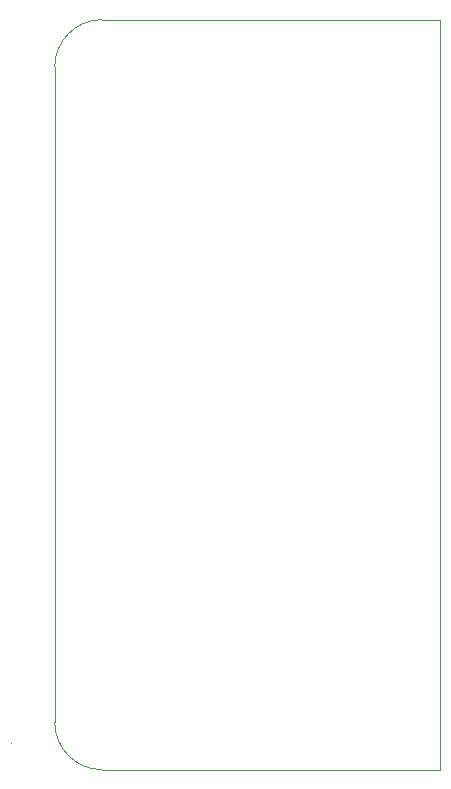
<source format=gbr>
G04 #@! TF.GenerationSoftware,KiCad,Pcbnew,(6.0.7)*
G04 #@! TF.CreationDate,2023-02-15T16:43:35+05:30*
G04 #@! TF.ProjectId,POWER CARD,504f5745-5220-4434-9152-442e6b696361,rev?*
G04 #@! TF.SameCoordinates,Original*
G04 #@! TF.FileFunction,Glue,Bot*
G04 #@! TF.FilePolarity,Positive*
%FSLAX46Y46*%
G04 Gerber Fmt 4.6, Leading zero omitted, Abs format (unit mm)*
G04 Created by KiCad (PCBNEW (6.0.7)) date 2023-02-15 16:43:35*
%MOMM*%
%LPD*%
G01*
G04 APERTURE LIST*
G04 #@! TA.AperFunction,Profile*
%ADD10C,0.100000*%
G04 #@! TD*
G04 APERTURE END LIST*
D10*
X85582966Y-123837734D02*
G75*
G03*
X89583042Y-127837734I4000034J34D01*
G01*
X85583042Y-68337734D02*
X85583042Y-123837734D01*
X118166574Y-127837734D02*
X118166574Y-64337734D01*
X89583042Y-127837734D02*
X118166574Y-127837734D01*
X118166574Y-64337734D02*
X89583042Y-64337734D01*
X89583042Y-64337732D02*
G75*
G03*
X85583042Y-68337734I-2J-3999998D01*
G01*
X81906894Y-125643083D02*
G75*
G03*
X81906894Y-125643083I-1J0D01*
G01*
M02*

</source>
